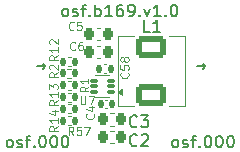
<source format=gbr>
%TF.GenerationSoftware,KiCad,Pcbnew,9.0.1*%
%TF.CreationDate,2025-04-30T15:54:22+02:00*%
%TF.ProjectId,board,626f6172-642e-46b6-9963-61645f706362,rev?*%
%TF.SameCoordinates,Original*%
%TF.FileFunction,Legend,Top*%
%TF.FilePolarity,Positive*%
%FSLAX46Y46*%
G04 Gerber Fmt 4.6, Leading zero omitted, Abs format (unit mm)*
G04 Created by KiCad (PCBNEW 9.0.1) date 2025-04-30 15:54:22*
%MOMM*%
%LPD*%
G01*
G04 APERTURE LIST*
G04 Aperture macros list*
%AMRoundRect*
0 Rectangle with rounded corners*
0 $1 Rounding radius*
0 $2 $3 $4 $5 $6 $7 $8 $9 X,Y pos of 4 corners*
0 Add a 4 corners polygon primitive as box body*
4,1,4,$2,$3,$4,$5,$6,$7,$8,$9,$2,$3,0*
0 Add four circle primitives for the rounded corners*
1,1,$1+$1,$2,$3*
1,1,$1+$1,$4,$5*
1,1,$1+$1,$6,$7*
1,1,$1+$1,$8,$9*
0 Add four rect primitives between the rounded corners*
20,1,$1+$1,$2,$3,$4,$5,0*
20,1,$1+$1,$4,$5,$6,$7,0*
20,1,$1+$1,$6,$7,$8,$9,0*
20,1,$1+$1,$8,$9,$2,$3,0*%
G04 Aperture macros list end*
%ADD10C,0.150000*%
%ADD11C,0.100000*%
%ADD12C,0.120000*%
%ADD13C,0.153000*%
%ADD14RoundRect,0.250000X1.000000X-0.700000X1.000000X0.700000X-1.000000X0.700000X-1.000000X-0.700000X0*%
%ADD15RoundRect,0.140000X0.140000X0.170000X-0.140000X0.170000X-0.140000X-0.170000X0.140000X-0.170000X0*%
%ADD16RoundRect,0.135000X0.135000X0.185000X-0.135000X0.185000X-0.135000X-0.185000X0.135000X-0.185000X0*%
%ADD17RoundRect,0.225000X0.225000X0.250000X-0.225000X0.250000X-0.225000X-0.250000X0.225000X-0.250000X0*%
%ADD18RoundRect,0.135000X-0.135000X-0.185000X0.135000X-0.185000X0.135000X0.185000X-0.135000X0.185000X0*%
%ADD19R,3.500000X1.000000*%
%ADD20RoundRect,0.087500X0.250000X0.087500X-0.250000X0.087500X-0.250000X-0.087500X0.250000X-0.087500X0*%
G04 APERTURE END LIST*
D10*
X140979636Y-102369819D02*
X140884398Y-102322200D01*
X140884398Y-102322200D02*
X140836779Y-102274580D01*
X140836779Y-102274580D02*
X140789160Y-102179342D01*
X140789160Y-102179342D02*
X140789160Y-101893628D01*
X140789160Y-101893628D02*
X140836779Y-101798390D01*
X140836779Y-101798390D02*
X140884398Y-101750771D01*
X140884398Y-101750771D02*
X140979636Y-101703152D01*
X140979636Y-101703152D02*
X141122493Y-101703152D01*
X141122493Y-101703152D02*
X141217731Y-101750771D01*
X141217731Y-101750771D02*
X141265350Y-101798390D01*
X141265350Y-101798390D02*
X141312969Y-101893628D01*
X141312969Y-101893628D02*
X141312969Y-102179342D01*
X141312969Y-102179342D02*
X141265350Y-102274580D01*
X141265350Y-102274580D02*
X141217731Y-102322200D01*
X141217731Y-102322200D02*
X141122493Y-102369819D01*
X141122493Y-102369819D02*
X140979636Y-102369819D01*
X141693922Y-102322200D02*
X141789160Y-102369819D01*
X141789160Y-102369819D02*
X141979636Y-102369819D01*
X141979636Y-102369819D02*
X142074874Y-102322200D01*
X142074874Y-102322200D02*
X142122493Y-102226961D01*
X142122493Y-102226961D02*
X142122493Y-102179342D01*
X142122493Y-102179342D02*
X142074874Y-102084104D01*
X142074874Y-102084104D02*
X141979636Y-102036485D01*
X141979636Y-102036485D02*
X141836779Y-102036485D01*
X141836779Y-102036485D02*
X141741541Y-101988866D01*
X141741541Y-101988866D02*
X141693922Y-101893628D01*
X141693922Y-101893628D02*
X141693922Y-101846009D01*
X141693922Y-101846009D02*
X141741541Y-101750771D01*
X141741541Y-101750771D02*
X141836779Y-101703152D01*
X141836779Y-101703152D02*
X141979636Y-101703152D01*
X141979636Y-101703152D02*
X142074874Y-101750771D01*
X142408208Y-101703152D02*
X142789160Y-101703152D01*
X142551065Y-102369819D02*
X142551065Y-101512676D01*
X142551065Y-101512676D02*
X142598684Y-101417438D01*
X142598684Y-101417438D02*
X142693922Y-101369819D01*
X142693922Y-101369819D02*
X142789160Y-101369819D01*
X143122494Y-102274580D02*
X143170113Y-102322200D01*
X143170113Y-102322200D02*
X143122494Y-102369819D01*
X143122494Y-102369819D02*
X143074875Y-102322200D01*
X143074875Y-102322200D02*
X143122494Y-102274580D01*
X143122494Y-102274580D02*
X143122494Y-102369819D01*
X143789160Y-101369819D02*
X143884398Y-101369819D01*
X143884398Y-101369819D02*
X143979636Y-101417438D01*
X143979636Y-101417438D02*
X144027255Y-101465057D01*
X144027255Y-101465057D02*
X144074874Y-101560295D01*
X144074874Y-101560295D02*
X144122493Y-101750771D01*
X144122493Y-101750771D02*
X144122493Y-101988866D01*
X144122493Y-101988866D02*
X144074874Y-102179342D01*
X144074874Y-102179342D02*
X144027255Y-102274580D01*
X144027255Y-102274580D02*
X143979636Y-102322200D01*
X143979636Y-102322200D02*
X143884398Y-102369819D01*
X143884398Y-102369819D02*
X143789160Y-102369819D01*
X143789160Y-102369819D02*
X143693922Y-102322200D01*
X143693922Y-102322200D02*
X143646303Y-102274580D01*
X143646303Y-102274580D02*
X143598684Y-102179342D01*
X143598684Y-102179342D02*
X143551065Y-101988866D01*
X143551065Y-101988866D02*
X143551065Y-101750771D01*
X143551065Y-101750771D02*
X143598684Y-101560295D01*
X143598684Y-101560295D02*
X143646303Y-101465057D01*
X143646303Y-101465057D02*
X143693922Y-101417438D01*
X143693922Y-101417438D02*
X143789160Y-101369819D01*
X144741541Y-101369819D02*
X144836779Y-101369819D01*
X144836779Y-101369819D02*
X144932017Y-101417438D01*
X144932017Y-101417438D02*
X144979636Y-101465057D01*
X144979636Y-101465057D02*
X145027255Y-101560295D01*
X145027255Y-101560295D02*
X145074874Y-101750771D01*
X145074874Y-101750771D02*
X145074874Y-101988866D01*
X145074874Y-101988866D02*
X145027255Y-102179342D01*
X145027255Y-102179342D02*
X144979636Y-102274580D01*
X144979636Y-102274580D02*
X144932017Y-102322200D01*
X144932017Y-102322200D02*
X144836779Y-102369819D01*
X144836779Y-102369819D02*
X144741541Y-102369819D01*
X144741541Y-102369819D02*
X144646303Y-102322200D01*
X144646303Y-102322200D02*
X144598684Y-102274580D01*
X144598684Y-102274580D02*
X144551065Y-102179342D01*
X144551065Y-102179342D02*
X144503446Y-101988866D01*
X144503446Y-101988866D02*
X144503446Y-101750771D01*
X144503446Y-101750771D02*
X144551065Y-101560295D01*
X144551065Y-101560295D02*
X144598684Y-101465057D01*
X144598684Y-101465057D02*
X144646303Y-101417438D01*
X144646303Y-101417438D02*
X144741541Y-101369819D01*
X145693922Y-101369819D02*
X145789160Y-101369819D01*
X145789160Y-101369819D02*
X145884398Y-101417438D01*
X145884398Y-101417438D02*
X145932017Y-101465057D01*
X145932017Y-101465057D02*
X145979636Y-101560295D01*
X145979636Y-101560295D02*
X146027255Y-101750771D01*
X146027255Y-101750771D02*
X146027255Y-101988866D01*
X146027255Y-101988866D02*
X145979636Y-102179342D01*
X145979636Y-102179342D02*
X145932017Y-102274580D01*
X145932017Y-102274580D02*
X145884398Y-102322200D01*
X145884398Y-102322200D02*
X145789160Y-102369819D01*
X145789160Y-102369819D02*
X145693922Y-102369819D01*
X145693922Y-102369819D02*
X145598684Y-102322200D01*
X145598684Y-102322200D02*
X145551065Y-102274580D01*
X145551065Y-102274580D02*
X145503446Y-102179342D01*
X145503446Y-102179342D02*
X145455827Y-101988866D01*
X145455827Y-101988866D02*
X145455827Y-101750771D01*
X145455827Y-101750771D02*
X145503446Y-101560295D01*
X145503446Y-101560295D02*
X145551065Y-101465057D01*
X145551065Y-101465057D02*
X145598684Y-101417438D01*
X145598684Y-101417438D02*
X145693922Y-101369819D01*
X145679636Y-91269819D02*
X145584398Y-91222200D01*
X145584398Y-91222200D02*
X145536779Y-91174580D01*
X145536779Y-91174580D02*
X145489160Y-91079342D01*
X145489160Y-91079342D02*
X145489160Y-90793628D01*
X145489160Y-90793628D02*
X145536779Y-90698390D01*
X145536779Y-90698390D02*
X145584398Y-90650771D01*
X145584398Y-90650771D02*
X145679636Y-90603152D01*
X145679636Y-90603152D02*
X145822493Y-90603152D01*
X145822493Y-90603152D02*
X145917731Y-90650771D01*
X145917731Y-90650771D02*
X145965350Y-90698390D01*
X145965350Y-90698390D02*
X146012969Y-90793628D01*
X146012969Y-90793628D02*
X146012969Y-91079342D01*
X146012969Y-91079342D02*
X145965350Y-91174580D01*
X145965350Y-91174580D02*
X145917731Y-91222200D01*
X145917731Y-91222200D02*
X145822493Y-91269819D01*
X145822493Y-91269819D02*
X145679636Y-91269819D01*
X146393922Y-91222200D02*
X146489160Y-91269819D01*
X146489160Y-91269819D02*
X146679636Y-91269819D01*
X146679636Y-91269819D02*
X146774874Y-91222200D01*
X146774874Y-91222200D02*
X146822493Y-91126961D01*
X146822493Y-91126961D02*
X146822493Y-91079342D01*
X146822493Y-91079342D02*
X146774874Y-90984104D01*
X146774874Y-90984104D02*
X146679636Y-90936485D01*
X146679636Y-90936485D02*
X146536779Y-90936485D01*
X146536779Y-90936485D02*
X146441541Y-90888866D01*
X146441541Y-90888866D02*
X146393922Y-90793628D01*
X146393922Y-90793628D02*
X146393922Y-90746009D01*
X146393922Y-90746009D02*
X146441541Y-90650771D01*
X146441541Y-90650771D02*
X146536779Y-90603152D01*
X146536779Y-90603152D02*
X146679636Y-90603152D01*
X146679636Y-90603152D02*
X146774874Y-90650771D01*
X147108208Y-90603152D02*
X147489160Y-90603152D01*
X147251065Y-91269819D02*
X147251065Y-90412676D01*
X147251065Y-90412676D02*
X147298684Y-90317438D01*
X147298684Y-90317438D02*
X147393922Y-90269819D01*
X147393922Y-90269819D02*
X147489160Y-90269819D01*
X147822494Y-91174580D02*
X147870113Y-91222200D01*
X147870113Y-91222200D02*
X147822494Y-91269819D01*
X147822494Y-91269819D02*
X147774875Y-91222200D01*
X147774875Y-91222200D02*
X147822494Y-91174580D01*
X147822494Y-91174580D02*
X147822494Y-91269819D01*
X148298684Y-91269819D02*
X148298684Y-90269819D01*
X148298684Y-90650771D02*
X148393922Y-90603152D01*
X148393922Y-90603152D02*
X148584398Y-90603152D01*
X148584398Y-90603152D02*
X148679636Y-90650771D01*
X148679636Y-90650771D02*
X148727255Y-90698390D01*
X148727255Y-90698390D02*
X148774874Y-90793628D01*
X148774874Y-90793628D02*
X148774874Y-91079342D01*
X148774874Y-91079342D02*
X148727255Y-91174580D01*
X148727255Y-91174580D02*
X148679636Y-91222200D01*
X148679636Y-91222200D02*
X148584398Y-91269819D01*
X148584398Y-91269819D02*
X148393922Y-91269819D01*
X148393922Y-91269819D02*
X148298684Y-91222200D01*
X149727255Y-91269819D02*
X149155827Y-91269819D01*
X149441541Y-91269819D02*
X149441541Y-90269819D01*
X149441541Y-90269819D02*
X149346303Y-90412676D01*
X149346303Y-90412676D02*
X149251065Y-90507914D01*
X149251065Y-90507914D02*
X149155827Y-90555533D01*
X150584398Y-90269819D02*
X150393922Y-90269819D01*
X150393922Y-90269819D02*
X150298684Y-90317438D01*
X150298684Y-90317438D02*
X150251065Y-90365057D01*
X150251065Y-90365057D02*
X150155827Y-90507914D01*
X150155827Y-90507914D02*
X150108208Y-90698390D01*
X150108208Y-90698390D02*
X150108208Y-91079342D01*
X150108208Y-91079342D02*
X150155827Y-91174580D01*
X150155827Y-91174580D02*
X150203446Y-91222200D01*
X150203446Y-91222200D02*
X150298684Y-91269819D01*
X150298684Y-91269819D02*
X150489160Y-91269819D01*
X150489160Y-91269819D02*
X150584398Y-91222200D01*
X150584398Y-91222200D02*
X150632017Y-91174580D01*
X150632017Y-91174580D02*
X150679636Y-91079342D01*
X150679636Y-91079342D02*
X150679636Y-90841247D01*
X150679636Y-90841247D02*
X150632017Y-90746009D01*
X150632017Y-90746009D02*
X150584398Y-90698390D01*
X150584398Y-90698390D02*
X150489160Y-90650771D01*
X150489160Y-90650771D02*
X150298684Y-90650771D01*
X150298684Y-90650771D02*
X150203446Y-90698390D01*
X150203446Y-90698390D02*
X150155827Y-90746009D01*
X150155827Y-90746009D02*
X150108208Y-90841247D01*
X151155827Y-91269819D02*
X151346303Y-91269819D01*
X151346303Y-91269819D02*
X151441541Y-91222200D01*
X151441541Y-91222200D02*
X151489160Y-91174580D01*
X151489160Y-91174580D02*
X151584398Y-91031723D01*
X151584398Y-91031723D02*
X151632017Y-90841247D01*
X151632017Y-90841247D02*
X151632017Y-90460295D01*
X151632017Y-90460295D02*
X151584398Y-90365057D01*
X151584398Y-90365057D02*
X151536779Y-90317438D01*
X151536779Y-90317438D02*
X151441541Y-90269819D01*
X151441541Y-90269819D02*
X151251065Y-90269819D01*
X151251065Y-90269819D02*
X151155827Y-90317438D01*
X151155827Y-90317438D02*
X151108208Y-90365057D01*
X151108208Y-90365057D02*
X151060589Y-90460295D01*
X151060589Y-90460295D02*
X151060589Y-90698390D01*
X151060589Y-90698390D02*
X151108208Y-90793628D01*
X151108208Y-90793628D02*
X151155827Y-90841247D01*
X151155827Y-90841247D02*
X151251065Y-90888866D01*
X151251065Y-90888866D02*
X151441541Y-90888866D01*
X151441541Y-90888866D02*
X151536779Y-90841247D01*
X151536779Y-90841247D02*
X151584398Y-90793628D01*
X151584398Y-90793628D02*
X151632017Y-90698390D01*
X152060589Y-91174580D02*
X152108208Y-91222200D01*
X152108208Y-91222200D02*
X152060589Y-91269819D01*
X152060589Y-91269819D02*
X152012970Y-91222200D01*
X152012970Y-91222200D02*
X152060589Y-91174580D01*
X152060589Y-91174580D02*
X152060589Y-91269819D01*
X152441541Y-90603152D02*
X152679636Y-91269819D01*
X152679636Y-91269819D02*
X152917731Y-90603152D01*
X153822493Y-91269819D02*
X153251065Y-91269819D01*
X153536779Y-91269819D02*
X153536779Y-90269819D01*
X153536779Y-90269819D02*
X153441541Y-90412676D01*
X153441541Y-90412676D02*
X153346303Y-90507914D01*
X153346303Y-90507914D02*
X153251065Y-90555533D01*
X154251065Y-91174580D02*
X154298684Y-91222200D01*
X154298684Y-91222200D02*
X154251065Y-91269819D01*
X154251065Y-91269819D02*
X154203446Y-91222200D01*
X154203446Y-91222200D02*
X154251065Y-91174580D01*
X154251065Y-91174580D02*
X154251065Y-91269819D01*
X154917731Y-90269819D02*
X155012969Y-90269819D01*
X155012969Y-90269819D02*
X155108207Y-90317438D01*
X155108207Y-90317438D02*
X155155826Y-90365057D01*
X155155826Y-90365057D02*
X155203445Y-90460295D01*
X155203445Y-90460295D02*
X155251064Y-90650771D01*
X155251064Y-90650771D02*
X155251064Y-90888866D01*
X155251064Y-90888866D02*
X155203445Y-91079342D01*
X155203445Y-91079342D02*
X155155826Y-91174580D01*
X155155826Y-91174580D02*
X155108207Y-91222200D01*
X155108207Y-91222200D02*
X155012969Y-91269819D01*
X155012969Y-91269819D02*
X154917731Y-91269819D01*
X154917731Y-91269819D02*
X154822493Y-91222200D01*
X154822493Y-91222200D02*
X154774874Y-91174580D01*
X154774874Y-91174580D02*
X154727255Y-91079342D01*
X154727255Y-91079342D02*
X154679636Y-90888866D01*
X154679636Y-90888866D02*
X154679636Y-90650771D01*
X154679636Y-90650771D02*
X154727255Y-90460295D01*
X154727255Y-90460295D02*
X154774874Y-90365057D01*
X154774874Y-90365057D02*
X154822493Y-90317438D01*
X154822493Y-90317438D02*
X154917731Y-90269819D01*
X154979636Y-102369819D02*
X154884398Y-102322200D01*
X154884398Y-102322200D02*
X154836779Y-102274580D01*
X154836779Y-102274580D02*
X154789160Y-102179342D01*
X154789160Y-102179342D02*
X154789160Y-101893628D01*
X154789160Y-101893628D02*
X154836779Y-101798390D01*
X154836779Y-101798390D02*
X154884398Y-101750771D01*
X154884398Y-101750771D02*
X154979636Y-101703152D01*
X154979636Y-101703152D02*
X155122493Y-101703152D01*
X155122493Y-101703152D02*
X155217731Y-101750771D01*
X155217731Y-101750771D02*
X155265350Y-101798390D01*
X155265350Y-101798390D02*
X155312969Y-101893628D01*
X155312969Y-101893628D02*
X155312969Y-102179342D01*
X155312969Y-102179342D02*
X155265350Y-102274580D01*
X155265350Y-102274580D02*
X155217731Y-102322200D01*
X155217731Y-102322200D02*
X155122493Y-102369819D01*
X155122493Y-102369819D02*
X154979636Y-102369819D01*
X155693922Y-102322200D02*
X155789160Y-102369819D01*
X155789160Y-102369819D02*
X155979636Y-102369819D01*
X155979636Y-102369819D02*
X156074874Y-102322200D01*
X156074874Y-102322200D02*
X156122493Y-102226961D01*
X156122493Y-102226961D02*
X156122493Y-102179342D01*
X156122493Y-102179342D02*
X156074874Y-102084104D01*
X156074874Y-102084104D02*
X155979636Y-102036485D01*
X155979636Y-102036485D02*
X155836779Y-102036485D01*
X155836779Y-102036485D02*
X155741541Y-101988866D01*
X155741541Y-101988866D02*
X155693922Y-101893628D01*
X155693922Y-101893628D02*
X155693922Y-101846009D01*
X155693922Y-101846009D02*
X155741541Y-101750771D01*
X155741541Y-101750771D02*
X155836779Y-101703152D01*
X155836779Y-101703152D02*
X155979636Y-101703152D01*
X155979636Y-101703152D02*
X156074874Y-101750771D01*
X156408208Y-101703152D02*
X156789160Y-101703152D01*
X156551065Y-102369819D02*
X156551065Y-101512676D01*
X156551065Y-101512676D02*
X156598684Y-101417438D01*
X156598684Y-101417438D02*
X156693922Y-101369819D01*
X156693922Y-101369819D02*
X156789160Y-101369819D01*
X157122494Y-102274580D02*
X157170113Y-102322200D01*
X157170113Y-102322200D02*
X157122494Y-102369819D01*
X157122494Y-102369819D02*
X157074875Y-102322200D01*
X157074875Y-102322200D02*
X157122494Y-102274580D01*
X157122494Y-102274580D02*
X157122494Y-102369819D01*
X157789160Y-101369819D02*
X157884398Y-101369819D01*
X157884398Y-101369819D02*
X157979636Y-101417438D01*
X157979636Y-101417438D02*
X158027255Y-101465057D01*
X158027255Y-101465057D02*
X158074874Y-101560295D01*
X158074874Y-101560295D02*
X158122493Y-101750771D01*
X158122493Y-101750771D02*
X158122493Y-101988866D01*
X158122493Y-101988866D02*
X158074874Y-102179342D01*
X158074874Y-102179342D02*
X158027255Y-102274580D01*
X158027255Y-102274580D02*
X157979636Y-102322200D01*
X157979636Y-102322200D02*
X157884398Y-102369819D01*
X157884398Y-102369819D02*
X157789160Y-102369819D01*
X157789160Y-102369819D02*
X157693922Y-102322200D01*
X157693922Y-102322200D02*
X157646303Y-102274580D01*
X157646303Y-102274580D02*
X157598684Y-102179342D01*
X157598684Y-102179342D02*
X157551065Y-101988866D01*
X157551065Y-101988866D02*
X157551065Y-101750771D01*
X157551065Y-101750771D02*
X157598684Y-101560295D01*
X157598684Y-101560295D02*
X157646303Y-101465057D01*
X157646303Y-101465057D02*
X157693922Y-101417438D01*
X157693922Y-101417438D02*
X157789160Y-101369819D01*
X158741541Y-101369819D02*
X158836779Y-101369819D01*
X158836779Y-101369819D02*
X158932017Y-101417438D01*
X158932017Y-101417438D02*
X158979636Y-101465057D01*
X158979636Y-101465057D02*
X159027255Y-101560295D01*
X159027255Y-101560295D02*
X159074874Y-101750771D01*
X159074874Y-101750771D02*
X159074874Y-101988866D01*
X159074874Y-101988866D02*
X159027255Y-102179342D01*
X159027255Y-102179342D02*
X158979636Y-102274580D01*
X158979636Y-102274580D02*
X158932017Y-102322200D01*
X158932017Y-102322200D02*
X158836779Y-102369819D01*
X158836779Y-102369819D02*
X158741541Y-102369819D01*
X158741541Y-102369819D02*
X158646303Y-102322200D01*
X158646303Y-102322200D02*
X158598684Y-102274580D01*
X158598684Y-102274580D02*
X158551065Y-102179342D01*
X158551065Y-102179342D02*
X158503446Y-101988866D01*
X158503446Y-101988866D02*
X158503446Y-101750771D01*
X158503446Y-101750771D02*
X158551065Y-101560295D01*
X158551065Y-101560295D02*
X158598684Y-101465057D01*
X158598684Y-101465057D02*
X158646303Y-101417438D01*
X158646303Y-101417438D02*
X158741541Y-101369819D01*
X159693922Y-101369819D02*
X159789160Y-101369819D01*
X159789160Y-101369819D02*
X159884398Y-101417438D01*
X159884398Y-101417438D02*
X159932017Y-101465057D01*
X159932017Y-101465057D02*
X159979636Y-101560295D01*
X159979636Y-101560295D02*
X160027255Y-101750771D01*
X160027255Y-101750771D02*
X160027255Y-101988866D01*
X160027255Y-101988866D02*
X159979636Y-102179342D01*
X159979636Y-102179342D02*
X159932017Y-102274580D01*
X159932017Y-102274580D02*
X159884398Y-102322200D01*
X159884398Y-102322200D02*
X159789160Y-102369819D01*
X159789160Y-102369819D02*
X159693922Y-102369819D01*
X159693922Y-102369819D02*
X159598684Y-102322200D01*
X159598684Y-102322200D02*
X159551065Y-102274580D01*
X159551065Y-102274580D02*
X159503446Y-102179342D01*
X159503446Y-102179342D02*
X159455827Y-101988866D01*
X159455827Y-101988866D02*
X159455827Y-101750771D01*
X159455827Y-101750771D02*
X159503446Y-101560295D01*
X159503446Y-101560295D02*
X159551065Y-101465057D01*
X159551065Y-101465057D02*
X159598684Y-101417438D01*
X159598684Y-101417438D02*
X159693922Y-101369819D01*
X152933333Y-92554819D02*
X152457143Y-92554819D01*
X152457143Y-92554819D02*
X152457143Y-91554819D01*
X153790476Y-92554819D02*
X153219048Y-92554819D01*
X153504762Y-92554819D02*
X153504762Y-91554819D01*
X153504762Y-91554819D02*
X153409524Y-91697676D01*
X153409524Y-91697676D02*
X153314286Y-91792914D01*
X153314286Y-91792914D02*
X153219048Y-91840533D01*
D11*
X151051966Y-96050000D02*
X151085300Y-96083333D01*
X151085300Y-96083333D02*
X151118633Y-96183333D01*
X151118633Y-96183333D02*
X151118633Y-96250000D01*
X151118633Y-96250000D02*
X151085300Y-96350000D01*
X151085300Y-96350000D02*
X151018633Y-96416667D01*
X151018633Y-96416667D02*
X150951966Y-96450000D01*
X150951966Y-96450000D02*
X150818633Y-96483333D01*
X150818633Y-96483333D02*
X150718633Y-96483333D01*
X150718633Y-96483333D02*
X150585300Y-96450000D01*
X150585300Y-96450000D02*
X150518633Y-96416667D01*
X150518633Y-96416667D02*
X150451966Y-96350000D01*
X150451966Y-96350000D02*
X150418633Y-96250000D01*
X150418633Y-96250000D02*
X150418633Y-96183333D01*
X150418633Y-96183333D02*
X150451966Y-96083333D01*
X150451966Y-96083333D02*
X150485300Y-96050000D01*
X150418633Y-95416667D02*
X150418633Y-95750000D01*
X150418633Y-95750000D02*
X150751966Y-95783333D01*
X150751966Y-95783333D02*
X150718633Y-95750000D01*
X150718633Y-95750000D02*
X150685300Y-95683333D01*
X150685300Y-95683333D02*
X150685300Y-95516667D01*
X150685300Y-95516667D02*
X150718633Y-95450000D01*
X150718633Y-95450000D02*
X150751966Y-95416667D01*
X150751966Y-95416667D02*
X150818633Y-95383333D01*
X150818633Y-95383333D02*
X150985300Y-95383333D01*
X150985300Y-95383333D02*
X151051966Y-95416667D01*
X151051966Y-95416667D02*
X151085300Y-95450000D01*
X151085300Y-95450000D02*
X151118633Y-95516667D01*
X151118633Y-95516667D02*
X151118633Y-95683333D01*
X151118633Y-95683333D02*
X151085300Y-95750000D01*
X151085300Y-95750000D02*
X151051966Y-95783333D01*
X150718633Y-94983333D02*
X150685300Y-95050000D01*
X150685300Y-95050000D02*
X150651966Y-95083333D01*
X150651966Y-95083333D02*
X150585300Y-95116666D01*
X150585300Y-95116666D02*
X150551966Y-95116666D01*
X150551966Y-95116666D02*
X150485300Y-95083333D01*
X150485300Y-95083333D02*
X150451966Y-95050000D01*
X150451966Y-95050000D02*
X150418633Y-94983333D01*
X150418633Y-94983333D02*
X150418633Y-94850000D01*
X150418633Y-94850000D02*
X150451966Y-94783333D01*
X150451966Y-94783333D02*
X150485300Y-94750000D01*
X150485300Y-94750000D02*
X150551966Y-94716666D01*
X150551966Y-94716666D02*
X150585300Y-94716666D01*
X150585300Y-94716666D02*
X150651966Y-94750000D01*
X150651966Y-94750000D02*
X150685300Y-94783333D01*
X150685300Y-94783333D02*
X150718633Y-94850000D01*
X150718633Y-94850000D02*
X150718633Y-94983333D01*
X150718633Y-94983333D02*
X150751966Y-95050000D01*
X150751966Y-95050000D02*
X150785300Y-95083333D01*
X150785300Y-95083333D02*
X150851966Y-95116666D01*
X150851966Y-95116666D02*
X150985300Y-95116666D01*
X150985300Y-95116666D02*
X151051966Y-95083333D01*
X151051966Y-95083333D02*
X151085300Y-95050000D01*
X151085300Y-95050000D02*
X151118633Y-94983333D01*
X151118633Y-94983333D02*
X151118633Y-94850000D01*
X151118633Y-94850000D02*
X151085300Y-94783333D01*
X151085300Y-94783333D02*
X151051966Y-94750000D01*
X151051966Y-94750000D02*
X150985300Y-94716666D01*
X150985300Y-94716666D02*
X150851966Y-94716666D01*
X150851966Y-94716666D02*
X150785300Y-94750000D01*
X150785300Y-94750000D02*
X150751966Y-94783333D01*
X150751966Y-94783333D02*
X150718633Y-94850000D01*
X145118633Y-100550000D02*
X144785300Y-100783333D01*
X145118633Y-100950000D02*
X144418633Y-100950000D01*
X144418633Y-100950000D02*
X144418633Y-100683333D01*
X144418633Y-100683333D02*
X144451966Y-100616667D01*
X144451966Y-100616667D02*
X144485300Y-100583333D01*
X144485300Y-100583333D02*
X144551966Y-100550000D01*
X144551966Y-100550000D02*
X144651966Y-100550000D01*
X144651966Y-100550000D02*
X144718633Y-100583333D01*
X144718633Y-100583333D02*
X144751966Y-100616667D01*
X144751966Y-100616667D02*
X144785300Y-100683333D01*
X144785300Y-100683333D02*
X144785300Y-100950000D01*
X145118633Y-99883333D02*
X145118633Y-100283333D01*
X145118633Y-100083333D02*
X144418633Y-100083333D01*
X144418633Y-100083333D02*
X144518633Y-100150000D01*
X144518633Y-100150000D02*
X144585300Y-100216667D01*
X144585300Y-100216667D02*
X144618633Y-100283333D01*
X144651966Y-99283333D02*
X145118633Y-99283333D01*
X144385300Y-99450000D02*
X144885300Y-99616666D01*
X144885300Y-99616666D02*
X144885300Y-99183333D01*
D10*
X151833333Y-100559580D02*
X151785714Y-100607200D01*
X151785714Y-100607200D02*
X151642857Y-100654819D01*
X151642857Y-100654819D02*
X151547619Y-100654819D01*
X151547619Y-100654819D02*
X151404762Y-100607200D01*
X151404762Y-100607200D02*
X151309524Y-100511961D01*
X151309524Y-100511961D02*
X151261905Y-100416723D01*
X151261905Y-100416723D02*
X151214286Y-100226247D01*
X151214286Y-100226247D02*
X151214286Y-100083390D01*
X151214286Y-100083390D02*
X151261905Y-99892914D01*
X151261905Y-99892914D02*
X151309524Y-99797676D01*
X151309524Y-99797676D02*
X151404762Y-99702438D01*
X151404762Y-99702438D02*
X151547619Y-99654819D01*
X151547619Y-99654819D02*
X151642857Y-99654819D01*
X151642857Y-99654819D02*
X151785714Y-99702438D01*
X151785714Y-99702438D02*
X151833333Y-99750057D01*
X152166667Y-99654819D02*
X152785714Y-99654819D01*
X152785714Y-99654819D02*
X152452381Y-100035771D01*
X152452381Y-100035771D02*
X152595238Y-100035771D01*
X152595238Y-100035771D02*
X152690476Y-100083390D01*
X152690476Y-100083390D02*
X152738095Y-100131009D01*
X152738095Y-100131009D02*
X152785714Y-100226247D01*
X152785714Y-100226247D02*
X152785714Y-100464342D01*
X152785714Y-100464342D02*
X152738095Y-100559580D01*
X152738095Y-100559580D02*
X152690476Y-100607200D01*
X152690476Y-100607200D02*
X152595238Y-100654819D01*
X152595238Y-100654819D02*
X152309524Y-100654819D01*
X152309524Y-100654819D02*
X152214286Y-100607200D01*
X152214286Y-100607200D02*
X152166667Y-100559580D01*
D11*
X146583333Y-94051966D02*
X146550000Y-94085300D01*
X146550000Y-94085300D02*
X146450000Y-94118633D01*
X146450000Y-94118633D02*
X146383333Y-94118633D01*
X146383333Y-94118633D02*
X146283333Y-94085300D01*
X146283333Y-94085300D02*
X146216667Y-94018633D01*
X146216667Y-94018633D02*
X146183333Y-93951966D01*
X146183333Y-93951966D02*
X146150000Y-93818633D01*
X146150000Y-93818633D02*
X146150000Y-93718633D01*
X146150000Y-93718633D02*
X146183333Y-93585300D01*
X146183333Y-93585300D02*
X146216667Y-93518633D01*
X146216667Y-93518633D02*
X146283333Y-93451966D01*
X146283333Y-93451966D02*
X146383333Y-93418633D01*
X146383333Y-93418633D02*
X146450000Y-93418633D01*
X146450000Y-93418633D02*
X146550000Y-93451966D01*
X146550000Y-93451966D02*
X146583333Y-93485300D01*
X147183333Y-93418633D02*
X147050000Y-93418633D01*
X147050000Y-93418633D02*
X146983333Y-93451966D01*
X146983333Y-93451966D02*
X146950000Y-93485300D01*
X146950000Y-93485300D02*
X146883333Y-93585300D01*
X146883333Y-93585300D02*
X146850000Y-93718633D01*
X146850000Y-93718633D02*
X146850000Y-93985300D01*
X146850000Y-93985300D02*
X146883333Y-94051966D01*
X146883333Y-94051966D02*
X146916667Y-94085300D01*
X146916667Y-94085300D02*
X146983333Y-94118633D01*
X146983333Y-94118633D02*
X147116667Y-94118633D01*
X147116667Y-94118633D02*
X147183333Y-94085300D01*
X147183333Y-94085300D02*
X147216667Y-94051966D01*
X147216667Y-94051966D02*
X147250000Y-93985300D01*
X147250000Y-93985300D02*
X147250000Y-93818633D01*
X147250000Y-93818633D02*
X147216667Y-93751966D01*
X147216667Y-93751966D02*
X147183333Y-93718633D01*
X147183333Y-93718633D02*
X147116667Y-93685300D01*
X147116667Y-93685300D02*
X146983333Y-93685300D01*
X146983333Y-93685300D02*
X146916667Y-93718633D01*
X146916667Y-93718633D02*
X146883333Y-93751966D01*
X146883333Y-93751966D02*
X146850000Y-93818633D01*
X145118633Y-96016666D02*
X144785300Y-96249999D01*
X145118633Y-96416666D02*
X144418633Y-96416666D01*
X144418633Y-96416666D02*
X144418633Y-96149999D01*
X144418633Y-96149999D02*
X144451966Y-96083333D01*
X144451966Y-96083333D02*
X144485300Y-96049999D01*
X144485300Y-96049999D02*
X144551966Y-96016666D01*
X144551966Y-96016666D02*
X144651966Y-96016666D01*
X144651966Y-96016666D02*
X144718633Y-96049999D01*
X144718633Y-96049999D02*
X144751966Y-96083333D01*
X144751966Y-96083333D02*
X144785300Y-96149999D01*
X144785300Y-96149999D02*
X144785300Y-96416666D01*
X144485300Y-95749999D02*
X144451966Y-95716666D01*
X144451966Y-95716666D02*
X144418633Y-95649999D01*
X144418633Y-95649999D02*
X144418633Y-95483333D01*
X144418633Y-95483333D02*
X144451966Y-95416666D01*
X144451966Y-95416666D02*
X144485300Y-95383333D01*
X144485300Y-95383333D02*
X144551966Y-95349999D01*
X144551966Y-95349999D02*
X144618633Y-95349999D01*
X144618633Y-95349999D02*
X144718633Y-95383333D01*
X144718633Y-95383333D02*
X145118633Y-95783333D01*
X145118633Y-95783333D02*
X145118633Y-95349999D01*
X145118633Y-98350000D02*
X144785300Y-98583333D01*
X145118633Y-98750000D02*
X144418633Y-98750000D01*
X144418633Y-98750000D02*
X144418633Y-98483333D01*
X144418633Y-98483333D02*
X144451966Y-98416667D01*
X144451966Y-98416667D02*
X144485300Y-98383333D01*
X144485300Y-98383333D02*
X144551966Y-98350000D01*
X144551966Y-98350000D02*
X144651966Y-98350000D01*
X144651966Y-98350000D02*
X144718633Y-98383333D01*
X144718633Y-98383333D02*
X144751966Y-98416667D01*
X144751966Y-98416667D02*
X144785300Y-98483333D01*
X144785300Y-98483333D02*
X144785300Y-98750000D01*
X145118633Y-97683333D02*
X145118633Y-98083333D01*
X145118633Y-97883333D02*
X144418633Y-97883333D01*
X144418633Y-97883333D02*
X144518633Y-97950000D01*
X144518633Y-97950000D02*
X144585300Y-98016667D01*
X144585300Y-98016667D02*
X144618633Y-98083333D01*
X144418633Y-97450000D02*
X144418633Y-97016666D01*
X144418633Y-97016666D02*
X144685300Y-97250000D01*
X144685300Y-97250000D02*
X144685300Y-97150000D01*
X144685300Y-97150000D02*
X144718633Y-97083333D01*
X144718633Y-97083333D02*
X144751966Y-97050000D01*
X144751966Y-97050000D02*
X144818633Y-97016666D01*
X144818633Y-97016666D02*
X144985300Y-97016666D01*
X144985300Y-97016666D02*
X145051966Y-97050000D01*
X145051966Y-97050000D02*
X145085300Y-97083333D01*
X145085300Y-97083333D02*
X145118633Y-97150000D01*
X145118633Y-97150000D02*
X145118633Y-97350000D01*
X145118633Y-97350000D02*
X145085300Y-97416666D01*
X145085300Y-97416666D02*
X145051966Y-97450000D01*
X146449999Y-101318633D02*
X146216666Y-100985300D01*
X146049999Y-101318633D02*
X146049999Y-100618633D01*
X146049999Y-100618633D02*
X146316666Y-100618633D01*
X146316666Y-100618633D02*
X146383333Y-100651966D01*
X146383333Y-100651966D02*
X146416666Y-100685300D01*
X146416666Y-100685300D02*
X146449999Y-100751966D01*
X146449999Y-100751966D02*
X146449999Y-100851966D01*
X146449999Y-100851966D02*
X146416666Y-100918633D01*
X146416666Y-100918633D02*
X146383333Y-100951966D01*
X146383333Y-100951966D02*
X146316666Y-100985300D01*
X146316666Y-100985300D02*
X146049999Y-100985300D01*
X147083333Y-100618633D02*
X146749999Y-100618633D01*
X146749999Y-100618633D02*
X146716666Y-100951966D01*
X146716666Y-100951966D02*
X146749999Y-100918633D01*
X146749999Y-100918633D02*
X146816666Y-100885300D01*
X146816666Y-100885300D02*
X146983333Y-100885300D01*
X146983333Y-100885300D02*
X147049999Y-100918633D01*
X147049999Y-100918633D02*
X147083333Y-100951966D01*
X147083333Y-100951966D02*
X147116666Y-101018633D01*
X147116666Y-101018633D02*
X147116666Y-101185300D01*
X147116666Y-101185300D02*
X147083333Y-101251966D01*
X147083333Y-101251966D02*
X147049999Y-101285300D01*
X147049999Y-101285300D02*
X146983333Y-101318633D01*
X146983333Y-101318633D02*
X146816666Y-101318633D01*
X146816666Y-101318633D02*
X146749999Y-101285300D01*
X146749999Y-101285300D02*
X146716666Y-101251966D01*
X147350000Y-100618633D02*
X147816666Y-100618633D01*
X147816666Y-100618633D02*
X147516666Y-101318633D01*
D10*
X151833333Y-102159580D02*
X151785714Y-102207200D01*
X151785714Y-102207200D02*
X151642857Y-102254819D01*
X151642857Y-102254819D02*
X151547619Y-102254819D01*
X151547619Y-102254819D02*
X151404762Y-102207200D01*
X151404762Y-102207200D02*
X151309524Y-102111961D01*
X151309524Y-102111961D02*
X151261905Y-102016723D01*
X151261905Y-102016723D02*
X151214286Y-101826247D01*
X151214286Y-101826247D02*
X151214286Y-101683390D01*
X151214286Y-101683390D02*
X151261905Y-101492914D01*
X151261905Y-101492914D02*
X151309524Y-101397676D01*
X151309524Y-101397676D02*
X151404762Y-101302438D01*
X151404762Y-101302438D02*
X151547619Y-101254819D01*
X151547619Y-101254819D02*
X151642857Y-101254819D01*
X151642857Y-101254819D02*
X151785714Y-101302438D01*
X151785714Y-101302438D02*
X151833333Y-101350057D01*
X152214286Y-101350057D02*
X152261905Y-101302438D01*
X152261905Y-101302438D02*
X152357143Y-101254819D01*
X152357143Y-101254819D02*
X152595238Y-101254819D01*
X152595238Y-101254819D02*
X152690476Y-101302438D01*
X152690476Y-101302438D02*
X152738095Y-101350057D01*
X152738095Y-101350057D02*
X152785714Y-101445295D01*
X152785714Y-101445295D02*
X152785714Y-101540533D01*
X152785714Y-101540533D02*
X152738095Y-101683390D01*
X152738095Y-101683390D02*
X152166667Y-102254819D01*
X152166667Y-102254819D02*
X152785714Y-102254819D01*
D11*
X147066666Y-98018633D02*
X147066666Y-98585300D01*
X147066666Y-98585300D02*
X147100000Y-98651966D01*
X147100000Y-98651966D02*
X147133333Y-98685300D01*
X147133333Y-98685300D02*
X147200000Y-98718633D01*
X147200000Y-98718633D02*
X147333333Y-98718633D01*
X147333333Y-98718633D02*
X147400000Y-98685300D01*
X147400000Y-98685300D02*
X147433333Y-98651966D01*
X147433333Y-98651966D02*
X147466666Y-98585300D01*
X147466666Y-98585300D02*
X147466666Y-98018633D01*
X147733333Y-98018633D02*
X148199999Y-98018633D01*
X148199999Y-98018633D02*
X147899999Y-98718633D01*
X146483333Y-92351966D02*
X146450000Y-92385300D01*
X146450000Y-92385300D02*
X146350000Y-92418633D01*
X146350000Y-92418633D02*
X146283333Y-92418633D01*
X146283333Y-92418633D02*
X146183333Y-92385300D01*
X146183333Y-92385300D02*
X146116667Y-92318633D01*
X146116667Y-92318633D02*
X146083333Y-92251966D01*
X146083333Y-92251966D02*
X146050000Y-92118633D01*
X146050000Y-92118633D02*
X146050000Y-92018633D01*
X146050000Y-92018633D02*
X146083333Y-91885300D01*
X146083333Y-91885300D02*
X146116667Y-91818633D01*
X146116667Y-91818633D02*
X146183333Y-91751966D01*
X146183333Y-91751966D02*
X146283333Y-91718633D01*
X146283333Y-91718633D02*
X146350000Y-91718633D01*
X146350000Y-91718633D02*
X146450000Y-91751966D01*
X146450000Y-91751966D02*
X146483333Y-91785300D01*
X147116667Y-91718633D02*
X146783333Y-91718633D01*
X146783333Y-91718633D02*
X146750000Y-92051966D01*
X146750000Y-92051966D02*
X146783333Y-92018633D01*
X146783333Y-92018633D02*
X146850000Y-91985300D01*
X146850000Y-91985300D02*
X147016667Y-91985300D01*
X147016667Y-91985300D02*
X147083333Y-92018633D01*
X147083333Y-92018633D02*
X147116667Y-92051966D01*
X147116667Y-92051966D02*
X147150000Y-92118633D01*
X147150000Y-92118633D02*
X147150000Y-92285300D01*
X147150000Y-92285300D02*
X147116667Y-92351966D01*
X147116667Y-92351966D02*
X147083333Y-92385300D01*
X147083333Y-92385300D02*
X147016667Y-92418633D01*
X147016667Y-92418633D02*
X146850000Y-92418633D01*
X146850000Y-92418633D02*
X146783333Y-92385300D01*
X146783333Y-92385300D02*
X146750000Y-92351966D01*
X145118633Y-94550000D02*
X144785300Y-94783333D01*
X145118633Y-94950000D02*
X144418633Y-94950000D01*
X144418633Y-94950000D02*
X144418633Y-94683333D01*
X144418633Y-94683333D02*
X144451966Y-94616667D01*
X144451966Y-94616667D02*
X144485300Y-94583333D01*
X144485300Y-94583333D02*
X144551966Y-94550000D01*
X144551966Y-94550000D02*
X144651966Y-94550000D01*
X144651966Y-94550000D02*
X144718633Y-94583333D01*
X144718633Y-94583333D02*
X144751966Y-94616667D01*
X144751966Y-94616667D02*
X144785300Y-94683333D01*
X144785300Y-94683333D02*
X144785300Y-94950000D01*
X145118633Y-93883333D02*
X145118633Y-94283333D01*
X145118633Y-94083333D02*
X144418633Y-94083333D01*
X144418633Y-94083333D02*
X144518633Y-94150000D01*
X144518633Y-94150000D02*
X144585300Y-94216667D01*
X144585300Y-94216667D02*
X144618633Y-94283333D01*
X144485300Y-93616666D02*
X144451966Y-93583333D01*
X144451966Y-93583333D02*
X144418633Y-93516666D01*
X144418633Y-93516666D02*
X144418633Y-93350000D01*
X144418633Y-93350000D02*
X144451966Y-93283333D01*
X144451966Y-93283333D02*
X144485300Y-93250000D01*
X144485300Y-93250000D02*
X144551966Y-93216666D01*
X144551966Y-93216666D02*
X144618633Y-93216666D01*
X144618633Y-93216666D02*
X144718633Y-93250000D01*
X144718633Y-93250000D02*
X145118633Y-93650000D01*
X145118633Y-93650000D02*
X145118633Y-93216666D01*
X147718633Y-97216666D02*
X147385300Y-97449999D01*
X147718633Y-97616666D02*
X147018633Y-97616666D01*
X147018633Y-97616666D02*
X147018633Y-97349999D01*
X147018633Y-97349999D02*
X147051966Y-97283333D01*
X147051966Y-97283333D02*
X147085300Y-97249999D01*
X147085300Y-97249999D02*
X147151966Y-97216666D01*
X147151966Y-97216666D02*
X147251966Y-97216666D01*
X147251966Y-97216666D02*
X147318633Y-97249999D01*
X147318633Y-97249999D02*
X147351966Y-97283333D01*
X147351966Y-97283333D02*
X147385300Y-97349999D01*
X147385300Y-97349999D02*
X147385300Y-97616666D01*
X147718633Y-96549999D02*
X147718633Y-96949999D01*
X147718633Y-96749999D02*
X147018633Y-96749999D01*
X147018633Y-96749999D02*
X147118633Y-96816666D01*
X147118633Y-96816666D02*
X147185300Y-96883333D01*
X147185300Y-96883333D02*
X147218633Y-96949999D01*
X148151966Y-99516666D02*
X148185300Y-99549999D01*
X148185300Y-99549999D02*
X148218633Y-99649999D01*
X148218633Y-99649999D02*
X148218633Y-99716666D01*
X148218633Y-99716666D02*
X148185300Y-99816666D01*
X148185300Y-99816666D02*
X148118633Y-99883333D01*
X148118633Y-99883333D02*
X148051966Y-99916666D01*
X148051966Y-99916666D02*
X147918633Y-99949999D01*
X147918633Y-99949999D02*
X147818633Y-99949999D01*
X147818633Y-99949999D02*
X147685300Y-99916666D01*
X147685300Y-99916666D02*
X147618633Y-99883333D01*
X147618633Y-99883333D02*
X147551966Y-99816666D01*
X147551966Y-99816666D02*
X147518633Y-99716666D01*
X147518633Y-99716666D02*
X147518633Y-99649999D01*
X147518633Y-99649999D02*
X147551966Y-99549999D01*
X147551966Y-99549999D02*
X147585300Y-99516666D01*
X147751966Y-98916666D02*
X148218633Y-98916666D01*
X147485300Y-99083333D02*
X147985300Y-99249999D01*
X147985300Y-99249999D02*
X147985300Y-98816666D01*
D12*
%TO.C,L1*%
X150190000Y-92950000D02*
X151540000Y-92950000D01*
X150190000Y-98870000D02*
X150190000Y-92950000D01*
X150190000Y-98870000D02*
X151540000Y-98870000D01*
X155910000Y-92950000D02*
X154560000Y-92950000D01*
X155910000Y-98870000D02*
X154560000Y-98870000D01*
X155910000Y-98870000D02*
X155910000Y-92950000D01*
%TO.C,C58*%
X149227836Y-95340000D02*
X149012164Y-95340000D01*
X149227836Y-96060000D02*
X149012164Y-96060000D01*
%TO.C,R14*%
X146263641Y-98720000D02*
X145956359Y-98720000D01*
X146263641Y-99480000D02*
X145956359Y-99480000D01*
%TO.C,C3*%
X149865580Y-99490000D02*
X149584420Y-99490000D01*
X149865580Y-100510000D02*
X149584420Y-100510000D01*
%TO.C,C6*%
X148715580Y-93790000D02*
X148434420Y-93790000D01*
X148715580Y-94810000D02*
X148434420Y-94810000D01*
%TO.C,R2*%
X145936359Y-95720000D02*
X146243641Y-95720000D01*
X145936359Y-96480000D02*
X146243641Y-96480000D01*
%TO.C,R13*%
X146263641Y-97720000D02*
X145956359Y-97720000D01*
X146263641Y-98480000D02*
X145956359Y-98480000D01*
D13*
%TO.C,J1*%
X143850000Y-95300000D02*
X144050000Y-95500000D01*
X144050000Y-95500000D02*
X143323000Y-95500000D01*
X144050000Y-95500000D02*
X143850000Y-95700000D01*
D12*
%TO.C,R57*%
X146263641Y-99720000D02*
X145956359Y-99720000D01*
X146263641Y-100480000D02*
X145956359Y-100480000D01*
%TO.C,C2*%
X149865580Y-100990000D02*
X149584420Y-100990000D01*
X149865580Y-102010000D02*
X149584420Y-102010000D01*
D13*
%TO.C,J2*%
X156900000Y-95500000D02*
X157627000Y-95500000D01*
X157427000Y-95700000D02*
X157627000Y-95500000D01*
X157627000Y-95500000D02*
X157427000Y-95300000D01*
D12*
%TO.C,U7*%
X148887500Y-96265000D02*
X148287500Y-96265000D01*
X148887500Y-96265000D02*
X149487500Y-96265000D01*
X148887500Y-98135000D02*
X148287500Y-98135000D01*
X148887500Y-98135000D02*
X149487500Y-98135000D01*
X150527500Y-97940000D02*
X150197500Y-97700000D01*
X150527500Y-97460000D01*
X150527500Y-97940000D01*
G36*
X150527500Y-97940000D02*
G01*
X150197500Y-97700000D01*
X150527500Y-97460000D01*
X150527500Y-97940000D01*
G37*
%TO.C,C5*%
X148715580Y-92290000D02*
X148434420Y-92290000D01*
X148715580Y-93310000D02*
X148434420Y-93310000D01*
%TO.C,R12*%
X146263641Y-94720000D02*
X145956359Y-94720000D01*
X146263641Y-95480000D02*
X145956359Y-95480000D01*
%TO.C,R1*%
X146263641Y-96720000D02*
X145956359Y-96720000D01*
X146263641Y-97480000D02*
X145956359Y-97480000D01*
%TO.C,C4*%
X149327836Y-98340000D02*
X149112164Y-98340000D01*
X149327836Y-99060000D02*
X149112164Y-99060000D01*
%TD*%
%LPC*%
D14*
%TO.C,L1*%
X153050000Y-97960000D03*
X153050000Y-93860000D03*
%TD*%
D15*
%TO.C,C58*%
X149600000Y-95700000D03*
X148640000Y-95700000D03*
%TD*%
D16*
%TO.C,R14*%
X146620000Y-99100000D03*
X145600000Y-99100000D03*
%TD*%
D17*
%TO.C,C3*%
X150500000Y-100000000D03*
X148950000Y-100000000D03*
%TD*%
%TO.C,C6*%
X149350000Y-94300000D03*
X147800000Y-94300000D03*
%TD*%
D18*
%TO.C,R2*%
X145580000Y-96100000D03*
X146600000Y-96100000D03*
%TD*%
D16*
%TO.C,R13*%
X146620000Y-98100000D03*
X145600000Y-98100000D03*
%TD*%
D19*
%TO.C,J1*%
X142350000Y-92500000D03*
X142350000Y-94500000D03*
X142350000Y-96500000D03*
X142350000Y-98500000D03*
X142350000Y-100500000D03*
%TD*%
D16*
%TO.C,R57*%
X146620000Y-100100000D03*
X145600000Y-100100000D03*
%TD*%
D17*
%TO.C,C2*%
X150500000Y-101500000D03*
X148950000Y-101500000D03*
%TD*%
D19*
%TO.C,J2*%
X158650000Y-92500000D03*
X158650000Y-94500000D03*
X158650000Y-96500000D03*
X158650000Y-98500000D03*
X158650000Y-100500000D03*
%TD*%
D20*
%TO.C,U7*%
X149600000Y-97700000D03*
X149600000Y-97200000D03*
X149600000Y-96700000D03*
X148175000Y-96700000D03*
X148175000Y-97200000D03*
X148175000Y-97700000D03*
%TD*%
D17*
%TO.C,C5*%
X149350000Y-92800000D03*
X147800000Y-92800000D03*
%TD*%
D16*
%TO.C,R12*%
X146620000Y-95100000D03*
X145600000Y-95100000D03*
%TD*%
%TO.C,R1*%
X146620000Y-97100000D03*
X145600000Y-97100000D03*
%TD*%
D15*
%TO.C,C4*%
X149700000Y-98700000D03*
X148740000Y-98700000D03*
%TD*%
%LPD*%
M02*

</source>
